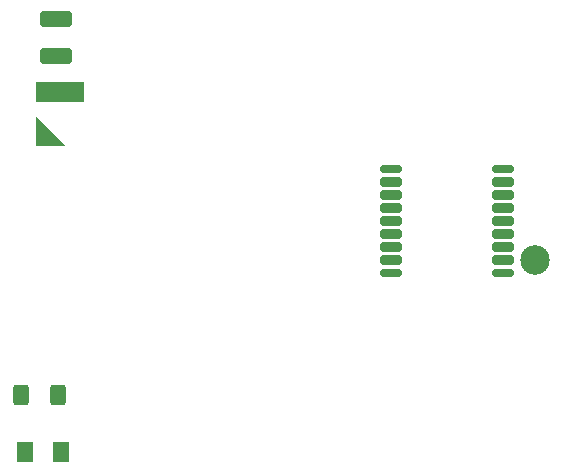
<source format=gbr>
%TF.GenerationSoftware,KiCad,Pcbnew,7.0.6-0*%
%TF.CreationDate,2024-12-08T09:24:40-03:00*%
%TF.ProjectId,CommsBoard,436f6d6d-7342-46f6-9172-642e6b696361,rev?*%
%TF.SameCoordinates,Original*%
%TF.FileFunction,Paste,Top*%
%TF.FilePolarity,Positive*%
%FSLAX46Y46*%
G04 Gerber Fmt 4.6, Leading zero omitted, Abs format (unit mm)*
G04 Created by KiCad (PCBNEW 7.0.6-0) date 2024-12-08 09:24:40*
%MOMM*%
%LPD*%
G01*
G04 APERTURE LIST*
G04 Aperture macros list*
%AMRoundRect*
0 Rectangle with rounded corners*
0 $1 Rounding radius*
0 $2 $3 $4 $5 $6 $7 $8 $9 X,Y pos of 4 corners*
0 Add a 4 corners polygon primitive as box body*
4,1,4,$2,$3,$4,$5,$6,$7,$8,$9,$2,$3,0*
0 Add four circle primitives for the rounded corners*
1,1,$1+$1,$2,$3*
1,1,$1+$1,$4,$5*
1,1,$1+$1,$6,$7*
1,1,$1+$1,$8,$9*
0 Add four rect primitives between the rounded corners*
20,1,$1+$1,$2,$3,$4,$5,0*
20,1,$1+$1,$4,$5,$6,$7,0*
20,1,$1+$1,$6,$7,$8,$9,0*
20,1,$1+$1,$8,$9,$2,$3,0*%
G04 Aperture macros list end*
%ADD10C,0.000100*%
%ADD11RoundRect,0.175000X-0.725000X-0.175000X0.725000X-0.175000X0.725000X0.175000X-0.725000X0.175000X0*%
%ADD12RoundRect,0.200000X-0.700000X-0.200000X0.700000X-0.200000X0.700000X0.200000X-0.700000X0.200000X0*%
%ADD13RoundRect,0.250000X0.400000X0.625000X-0.400000X0.625000X-0.400000X-0.625000X0.400000X-0.625000X0*%
%ADD14RoundRect,0.250000X1.100000X-0.412500X1.100000X0.412500X-1.100000X0.412500X-1.100000X-0.412500X0*%
%ADD15RoundRect,0.250001X-0.462499X-0.624999X0.462499X-0.624999X0.462499X0.624999X-0.462499X0.624999X0*%
%ADD16R,4.100000X1.700000*%
%ADD17C,2.500000*%
G04 APERTURE END LIST*
%TO.C,BT1*%
D10*
X75610400Y-81710000D02*
X73210400Y-81710000D01*
X73210400Y-79310000D01*
X75610400Y-81710000D01*
G36*
X75610400Y-81710000D02*
G01*
X73210400Y-81710000D01*
X73210400Y-79310000D01*
X75610400Y-81710000D01*
G37*
%TD*%
D11*
%TO.C,U1*%
X103270400Y-83690000D03*
D12*
X103270400Y-84790000D03*
X103270400Y-85890000D03*
X103270400Y-86990000D03*
X103270400Y-88090000D03*
X103270400Y-89190000D03*
X103270400Y-90290000D03*
X103270400Y-91390000D03*
D11*
X103270400Y-92490000D03*
X112770400Y-92490000D03*
D12*
X112770400Y-91390000D03*
X112770400Y-90290000D03*
X112770400Y-89190000D03*
X112770400Y-88090000D03*
X112770400Y-86990000D03*
X112770400Y-85890000D03*
X112770400Y-84790000D03*
D11*
X112770400Y-83690000D03*
%TD*%
D13*
%TO.C,R1*%
X75060400Y-102800000D03*
X71960400Y-102800000D03*
%TD*%
D14*
%TO.C,C2*%
X74910400Y-74162500D03*
X74910400Y-71037500D03*
%TD*%
D15*
%TO.C,D1*%
X72322900Y-107700000D03*
X75297900Y-107700000D03*
%TD*%
D16*
%TO.C,BT1*%
X75260400Y-77160000D03*
%TD*%
D17*
%TO.C,*%
X115510400Y-91400000D03*
%TD*%
M02*

</source>
